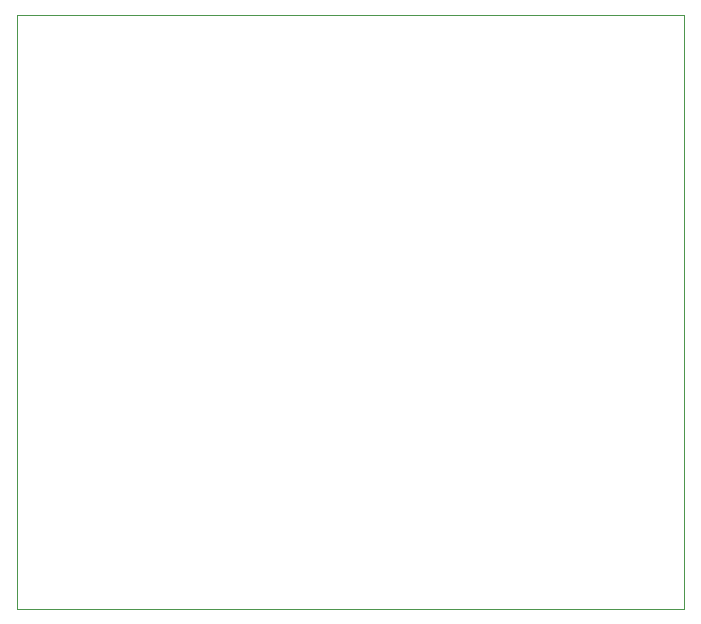
<source format=gm1>
G04 #@! TF.GenerationSoftware,KiCad,Pcbnew,9.0.7*
G04 #@! TF.CreationDate,2026-01-19T10:27:03-08:00*
G04 #@! TF.ProjectId,Tesla Ambient Lighting,5465736c-6120-4416-9d62-69656e74204c,rev?*
G04 #@! TF.SameCoordinates,Original*
G04 #@! TF.FileFunction,Profile,NP*
%FSLAX46Y46*%
G04 Gerber Fmt 4.6, Leading zero omitted, Abs format (unit mm)*
G04 Created by KiCad (PCBNEW 9.0.7) date 2026-01-19 10:27:03*
%MOMM*%
%LPD*%
G01*
G04 APERTURE LIST*
G04 #@! TA.AperFunction,Profile*
%ADD10C,0.050000*%
G04 #@! TD*
G04 APERTURE END LIST*
D10*
X119000000Y-77625000D02*
X175500000Y-77625000D01*
X175500000Y-127875000D01*
X119000000Y-127875000D01*
X119000000Y-77625000D01*
M02*

</source>
